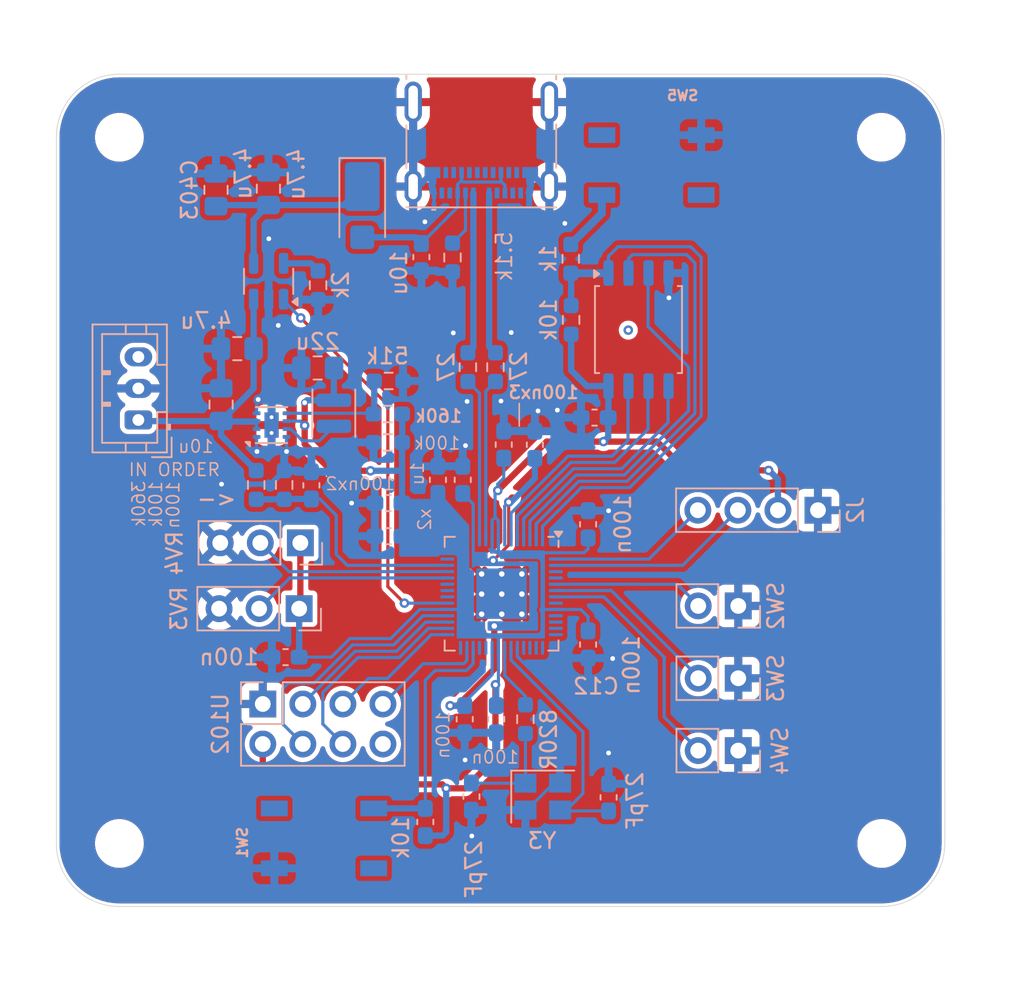
<source format=kicad_pcb>
(kicad_pcb (version 20241229) (generator "pcbnew") (generator_version "9.0")
  (layers (0 "F.Cu" signal) (2 "B.Cu" signal) (13 "F.Paste" user) (15 "B.Paste" user) (5 "F.SilkS" user "F.Silkscreen") (7 "B.SilkS" user "B.Silkscreen") (1 "F.Mask" user) (3 "B.Mask" user) (25 "Edge.Cuts" user))
  (net 0 "")
  (net 1 "VBAT")
  (net 2 "GND")
  (net 3 "VUSB")
  (net 4 "Net-(D1-A)")
  (net 5 "+1V1")
  (net 6 "/RP2040/XIN")
  (net 7 "+3V3")
  (net 8 "Net-(U401-SW)")
  (net 9 "Net-(P1-CC)")
  (net 10 "Net-(P1-D+)")
  (net 11 "Net-(P1-D-)")
  (net 13 "Net-(U1-PROG)")
  (net 14 "Net-(U2-USB_DM)")
  (net 15 "Net-(U2-USB_DP)")
  (net 16 "/RP2040/XOUT")
  (net 17 "/RP2040/~{USB_BOOT}")
  (net 18 "/RP2040/QSPI_SS")
  (net 19 "Net-(U401-FB)")
  (net 20 "/RP2040/GPIO7")
  (net 21 "/RP2040/QSPI_SD2")
  (net 22 "/RP2040/QSPI_SD1")
  (net 23 "/RP2040/GPIO3")
  (net 24 "/RP2040/GPIO25")
  (net 25 "/RP2040/GPIO8")
  (net 26 "/RP2040/GPIO11")
  (net 27 "/RP2040/SCL")
  (net 28 "/RP2040/GPIO12")
  (net 29 "/RP2040/GPIO13")
  (net 30 "/RP2040/CE")
  (net 31 "/RP2040/Button2")
  (net 32 "/RP2040/Button3")
  (net 33 "/RP2040/SWD")
  (net 34 "/RP2040/GPIO24")
  (net 35 "/RP2040/GPIO2")
  (net 36 "/RP2040/SWCLK")
  (net 37 "/RP2040/MOSI")
  (net 38 "/RP2040/QSPI_SD0")
  (net 39 "/RP2040/QSPI_SCLK")
  (net 40 "/RP2040/QSPI_SD3")
  (net 41 "/RP2040/SCK")
  (net 42 "/RP2040/GPIO29_ADC3")
  (net 43 "/RP2040/MISO")
  (net 44 "/RP2040/Button1")
  (net 45 "/RP2040/CSN")
  (net 46 "/RP2040/GPIO23")
  (net 47 "/RP2040/AnaStk_2")
  (net 48 "/RP2040/Battery_voltage_level")
  (net 49 "/RP2040/GPIO14")
  (net 50 "/RP2040/AnaStk_1")
  (net 51 "/RP2040/GPIO15")
  (net 52 "/RP2040/GPIO10")
  (net 53 "/RP2040/GPIO17")
  (net 54 "/RP2040/SDA")
  (net 55 "/RP2040/GPIO9")
  (net 56 "Net-(C3-Pad1)")
  (net 57 "/RP2040/Charge_status")
  (net 58 "/RP2040/IRQ")
  (net 59 "Net-(U2-RUN)")
  (footprint "MountingHole:MountingHole_2.7mm_M2.5" (layer "F.Cu") (at 164.225 89.875)
    (property "Reference" "H3" (hide yes))
    (property "Value" "MountingHole")
  )
  (footprint "" (layer "F.Cu") (at 140.125 72.775)
    (property "Reference" "")
    (property "Value" "")
  )
  (footprint "" (layer "F.Cu") (at 140.125 75.325)
    (property "Reference" "")
    (property "Value" "")
  )
  (footprint "" (layer "F.Cu") (at 141.4 75.325)
    (property "Reference" "")
    (property "Value" "")
  )
  (footprint "" (layer "F.Cu") (at 140.125 74.05)
    (property "Reference" "")
    (property "Value" "")
  )
  (footprint "MountingHole:MountingHole_2.7mm_M2.5" (layer "F.Cu") (at 115.875 45.06)
    (property "Reference" "H1" (hide yes))
    (property "Value" "MountingHole")
  )
  (footprint "" (layer "F.Cu") (at 138.85 75.325)
    (property "Reference" "")
    (property "Value" "")
  )
  (footprint "MountingHole:MountingHole_2.7mm_M2.5" (layer "F.Cu") (at 164.2 45.06)
    (property "Reference" "H2" (hide yes))
    (property "Value" "MountingHole")
  )
  (footprint "" (layer "F.Cu") (at 138.85 74.05)
    (property "Reference" "")
    (property "Value" "")
  )
  (footprint "" (layer "F.Cu") (at 141.4 72.775)
    (property "Reference" "")
    (property "Value" "")
  )
  (footprint "MountingHole:MountingHole_2.7mm_M2.5" (layer "F.Cu") (at 115.875 89.875)
    (property "Reference" "H4" (hide yes))
    (property "Value" "MountingHole")
  )
  (footprint "" (layer "F.Cu") (at 141.4 74.05)
    (property "Reference" "")
    (property "Value" "")
  )
  (footprint "" (layer "F.Cu") (at 138.85 72.775)
    (property "Reference" "")
    (property "Value" "")
  )
  (footprint "Resistor_SMD:R_0603_1608Metric_Pad0.98x0.95mm_HandSolder" (layer "B.Cu") (at 141.625 81.9875 -90)
    (property "Reference" "R7" (hide yes))
    (property "Value" "820R")
  )
  (footprint "Diode_SMD:Vishay_SMPA" (layer "B.Cu") (at 131.275 49.4 -90)
    (property "Reference" "D1" (hide yes))
    (property "Value" "MSS1P3L-M3/89A" (hide yes))
  )
  (footprint "Capacitor_SMD:C_0603_1608Metric_Pad1.08x0.95mm_HandSolder" (layer "B.Cu") (at 139.775 81.9875 -90)
    (property "Reference" "C10" (hide yes))
    (property "Value" "100n")
  )
  (footprint "Connector_PinHeader_2.54mm:PinHeader_2x04_P2.54mm_Vertical" (layer "B.Cu") (at 124.96675 81.02325 -90)
    (property "Reference" "U102")
    (property "Value" "NRF24L01_Breakout" (hide yes))
  )
  (footprint "Connector_PinHeader_2.54mm:PinHeader_1x02_P2.54mm_Vertical" (layer "B.Cu") (at 155.125 74.8 90)
    (property "Reference" "SW2")
    (property "Value" "SW_Push" (hide yes))
  )
  (footprint "Resistor_SMD:R_0603_1608Metric_Pad0.98x0.95mm_HandSolder" (layer "B.Cu") (at 132.9 64.425)
    (property "Reference" "R403" (hide yes))
    (property "Value" "100k")
  )
  (footprint "Capacitor_SMD:C_0603_1608Metric_Pad1.08x0.95mm_HandSolder" (layer "B.Cu") (at 137.65 66.8 90)
    (property "Reference" "C4" (hide yes))
    (property "Value" "1u")
  )
  (footprint "Connector_PinHeader_2.54mm:PinHeader_1x04_P2.54mm_Vertical" (layer "B.Cu") (at 160.18 68.725 90)
    (property "Reference" "J2")
    (property "Value" "Conn_01x04" (hide yes))
  )
  (footprint "Capacitor_SMD:C_0603_1608Metric_Pad1.08x0.95mm_HandSolder" (layer "B.Cu") (at 136.075 66.8 90)
    (property "Reference" "C8" (hide yes))
    (property "Value" "1u")
  )
  (footprint "Package_SO:SOIC-8_5.3x5.3mm_P1.27mm" (layer "B.Cu") (at 148.795 57.2625 -90)
    (property "Reference" "U3" (hide yes))
    (property "Value" "W25Q128JVS" (hide yes))
  )
  (footprint "Capacitor_SMD:C_0805_2012Metric_Pad1.18x1.45mm_HandSolder" (layer "B.Cu") (at 123.35 58.475 180)
    (property "Reference" "C402" (hide yes))
    (property "Value" "4.7u")
  )
  (footprint "Capacitor_SMD:C_0603_1608Metric_Pad1.08x0.95mm_HandSolder" (layer "B.Cu") (at 145.6 69.62 90)
    (property "Reference" "C15" (hide yes))
    (property "Value" "100n")
  )
  (footprint "Capacitor_SMD:C_0603_1608Metric_Pad1.08x0.95mm_HandSolder" (layer "B.Cu") (at 128.05 67.15 90)
    (property "Reference" "C30" (hide yes))
    (property "Value" "100n")
  )
  (footprint "Connector_PinHeader_2.54mm:PinHeader_1x03_P2.54mm_Vertical" (layer "B.Cu") (at 127.275 74.975 90)
    (property "Reference" "RV3")
    (property "Value" "4.7k")
  )
  (footprint "Resistor_SMD:R_0603_1608Metric_Pad0.98x0.95mm_HandSolder" (layer "B.Cu") (at 132.948525 60.525 180)
    (property "Reference" "R405" (hide yes))
    (property "Value" "51k")
  )
  (footprint "Capacitor_SMD:C_0603_1608Metric_Pad1.08x0.95mm_HandSolder" (layer "B.Cu") (at 142.225 64.575 90)
    (property "Reference" "C5" (hide yes))
    (property "Value" "100n" (hide yes))
  )
  (footprint "Resistor_SMD:R_0603_1608Metric_Pad0.98x0.95mm_HandSolder" (layer "B.Cu") (at 144.5 52.775 90)
    (property "Reference" "R10" (hide yes))
    (property "Value" "1k")
  )
  (footprint "Connector_JST:JST_PH_B3B-PH-K_1x03_P2.00mm_Vertical" (layer "B.Cu") (at 117.075 63 90)
    (property "Reference" "BT1" (hide yes))
    (property "Value" "Battery_Cell")
  )
  (footprint "Connector_PinHeader_2.54mm:PinHeader_1x02_P2.54mm_Vertical" (layer "B.Cu") (at 155.125 79.39 90)
    (property "Reference" "SW3")
    (property "Value" "SW_Push" (hide yes))
  )
  (footprint "Capacitor_SMD:C_0805_2012Metric_Pad1.18x1.45mm_HandSolder" (layer "B.Cu") (at 122 48.4 -90)
    (property "Reference" "C403")
    (property "Value" "4.7u")
  )
  (footprint "Main_PCB:SW_TL3342F160QG_TR" (layer "B.Cu") (at 128.85 89.55)
    (property "Reference" "SW1")
    (property "Value" "TL3342F160QG_TR" (hide yes))
  )
  (footprint "Package_DFN_QFN:QFN-56-1EP_7x7mm_P0.4mm_EP3.2x3.2mm" (layer "B.Cu") (at 140.1125 74.025 180)
    (property "Reference" "U2" (hide yes))
    (property "Value" "RP2040" (hide yes))
  )
  (footprint "Main_PCB:SW_TL3342F160QG_TR" (layer "B.Cu") (at 149.625 46.825 180)
    (property "Reference" "SW5")
    (property "Value" "TL3342F160QG_TR" (hide yes))
  )
  (footprint "Capacitor_SMD:C_0603_1608Metric_Pad1.08x0.95mm_HandSolder" (layer "B.Cu") (at 135.025 52.6625 -90)
    (property "Reference" "C16" (hide yes))
    (property "Value" "10u")
  )
  (footprint "Capacitor_SMD:C_0805_2012Metric_Pad1.18x1.45mm_HandSolder" (layer "B.Cu") (at 128.448525 59.7 180)
    (property "Reference" "C404" (hide yes))
    (property "Value" "22u")
  )
  (footprint "Resistor_SMD:R_0603_1608Metric_Pad0.98x0.95mm_HandSolder" (layer "B.Cu") (at 124.55 67.125 -90)
    (property "Reference" "R25" (hide yes))
    (property "Value" "100k")
  )
  (footprint "Capacitor_SMD:C_0603_1608Metric_Pad1.08x0.95mm_HandSolder" (layer "B.Cu") (at 146.0125 62.85 180)
    (property "Reference" "C1" (hide yes))
    (property "Value" "100n" (hide yes))
  )
  (footprint "Capacitor_SMD:C_0603_1608Metric_Pad1.08x0.95mm_HandSolder" (layer "B.Cu") (at 145.6 77.25 -90)
    (property "Reference" "C12")
    (property "Value" "100n")
  )
  (footprint "Capacitor_SMD:C_0603_1608Metric_Pad1.08x0.95mm_HandSolder" (layer "B.Cu") (at 135.275 88.5125 -90)
    (property "Reference" "R1" (hide yes))
    (property "Value" "10k")
  )
  (footprint "Package_SON:WSON-8-1EP_2x2mm_P0.5mm_EP0.9x1.6mm_ThermalVias" (layer "B.Cu") (at 125.523525 63.325)
    (property "Reference" "U401" (hide yes))
    (property "Value" "TPS62170DSG" (hide yes))
  )
  (footprint "Connector_PinHeader_2.54mm:PinHeader_1x03_P2.54mm_Vertical" (layer "B.Cu") (at 127.35 70.8 90)
    (property "Reference" "RV4")
    (property "Value" "4.7k")
  )
  (footprint "Capacitor_SMD:C_0603_1608Metric_Pad1.08x0.95mm_HandSolder" (layer "B.Cu") (at 126.4125 78.05 180)
    (property "Reference" "C11" (hide yes))
    (property "Value" "100n")
  )
  (footprint "Resistor_SMD:R_0603_1608Metric_Pad0.98x0.95mm_HandSolder" (layer "B.Cu") (at 137 52.6875 -90)
    (property "Reference" "R3" (hide yes))
    (property "Value" "5.1k")
  )
  (footprint "Resistor_SMD:R_0603_1608Metric_Pad0.98x0.95mm_HandSolder" (layer "B.Cu") (at 132.898525 62.625)
    (property "Reference" "R404" (hide yes))
    (property "Value" "160k")
  )
  (footprint "Capacitor_SMD:C_0603_1608Metric_Pad1.08x0.95mm_HandSolder" (layer "B.Cu") (at 132.9375 68.275 180)
    (property "Reference" "C14" (hide yes))
    (property "Value" "100n")
  )
  (footprint "Resistor_SMD:R_0603_1608Metric_Pad0.98x0.95mm_HandSolder" (layer "B.Cu") (at 128.475 54.45 -90)
    (property "Reference" "R2" (hide yes))
    (property "Value" "2k")
  )
  (footprint "Inductor_SMD:L_APV_ANR252012" (layer "B.Cu") (at 129.473525 62.575 90)
    (property "Reference" "L402" (hide yes))
    (property "Value" "2.2u")
  )
  (footprint "Capacitor_SMD:C_0603_1608Metric_Pad1.08x0.95mm_HandSolder" (layer "B.Cu") (at 138.2 86.9 -90)
    (property "Reference" "C3" (hide yes))
    (property "Value" "27pF")
  )
  (footprint "Package_TO_SOT_SMD:SOT-23-5" (layer "B.Cu") (at 125.3375 54.2 90)
    (property "Reference" "U1" (hide yes))
    (property "Value" "MCP73831-2-OT" (hide yes))
  )
  (footprint "Capacitor_SMD:C_0603_1608Metric_Pad1.08x0.95mm_HandSolder" (layer "B.Cu") (at 146.9 86.95 90)
    (property "Reference" "C2" (hide yes))
    (property "Value" "27pF")
  )
  (footprint "Capacitor_SMD:C_0603_1608Metric_Pad1.08x0.95mm_HandSolder" (layer "B.Cu") (at 132.9375 70.375 180)
    (property "Reference" "C9" (hide yes))
    (property "Value" "100nx2")
  )
  (footprint "Capacitor_SMD:C_0805_2012Metric_Pad1.18x1.45mm_HandSolder" (layer "B.Cu") (at 125.325 48.325 -90)
    (property "Reference" "C403" (hide yes))
    (property "Value" "4.7u")
  )
  (footprint "Capacitor_SMD:C_0603_1608Metric_Pad1.08x0.95mm_HandSolder" (layer "B.Cu") (at 140.25 64.5625 90)
    (property "Reference" "C13" (hide yes))
    (property "Value" "100nx3")
  )
  (footprint "Resistor_SMD:R_0603_1608Metric_Pad0.98x0.95mm_HandSolder" (layer "B.Cu") (at 126.325 67.125 90)
    (property "Reference" "R26" (hide yes))
    (property "Value" "360k")
  )
  (footprint "Connector_PinHeader_2.54mm:PinHeader_1x02_P2.54mm_Vertical" (layer "B.Cu") (at 155.125 83.98 90)
    (property "Reference" "SW4")
    (property "Value" "SW_Push" (hide yes))
  )
  (footprint "Crystal:Crystal_SMD_Abracon_ABM8G-4Pin_3.2x2.5mm" (layer "B.Cu") (at 142.725 86.9)
    (property "Reference" "Y3")
    (property "Value" "Crystal_GND24_Small" (hide yes))
  )
  (footprint "Connector_USB:USB_C_Receptacle_Molex_105450-0101" (layer "B.Cu") (at 138.825 45.385)
    (property "Reference" "P1" (hide yes))
    (property "Value" "USB_C_Plug_USB2.0")
  )
  (footprint "Resistor_SMD:R_0603_1608Metric_Pad0.98x0.95mm_HandSolder" (layer "B.Cu") (at 144.525 56.65 90)
    (property "Reference" "R8" (hide yes))
    (property "Value" "10k")
  )
  (footprint "Resistor_SMD:R_0603_1608Metric_Pad0.98x0.95mm_HandSolder" (layer "B.Cu") (at 137.975 59.65 -90)
    (property "Reference" "R4" (hide yes))
    (property "Value" "27")
  )
  (footprint "Capacitor_SMD:C_0603_1608Metric_Pad1.08x0.95mm_HandSolder" (layer "B.Cu") (at 137.775 81.9875 -90)
    (property "Reference" "C6" (hide yes))
    (property "Value" "100n")
  )
  (footprint "Resistor_SMD:R_0603_1608Metric_Pad0.98x0.95mm_HandSolder" (layer "B.Cu") (at 139.725 59.65 -90)
    (property "Reference" "R5" (hide yes))
    (property "Value" "27")
  )
  (footprint "Capacitor_SMD:C_0805_2012Metric_Pad1.18x1.45mm_HandSolder" (layer "B.Cu") (at 122.323525 62.025 90)
    (property "Reference" "C401" (hide yes))
    (property "Value" "10u")
  )
  (gr_arc (start 111.875 45.06) (mid 113.046573 42.231573) (end 115.875 41.06) (stroke (width 0.05)) (layer "Edge.Cuts"))
  (gr_line (start 115.875 41.06) (end 164.2 41.06) (stroke (width 0.05)) (layer "Edge.Cuts"))
  (gr_line (start 111.875 45.06) (end 111.875 89.875) (stroke (width 0.05)) (layer "Edge.Cuts"))
  (gr_line (start 168.225 88.75) (end 168.225644 89.875) (stroke (width 0.05)) (layer "Edge.Cuts"))
  (gr_arc (start 164.2 41.06) (mid 167.028427 42.231573) (end 168.2 45.06) (stroke (width 0.05)) (layer "Edge.Cuts"))
  (gr_line (start 168.2 45.06) (end 168.225 88.75) (stroke (width 0.05)) (layer "Edge.Cuts"))
  (gr_arc (start 168.225 89.875) (mid 167.053427 92.703427) (end 164.225 93.875) (stroke (width 0.05)) (layer "Edge.Cuts"))
  (gr_line (start 161.025 93.875) (end 164.225 93.875) (stroke (width 0.05)) (layer "Edge.Cuts"))
  (gr_arc (start 115.875 93.875) (mid 113.046573 92.703427) (end 111.875 89.875) (stroke (width 0.05)) (layer "Edge.Cuts"))
  (gr_line (start 115.875 93.875) (end 161.025 93.875) (stroke (width 0.05)) (layer "Edge.Cuts"))
  (gr_text "x2" (at 135.7 68.55 90) (layer "B.SilkS") (effects (font (size 0.8 0.8) (thickness 0.1)) (justify left bottom mirror)))
  (gr_text "|" (at 141.775 63.175 0) (layer "B.SilkS") (effects (font (size 1 1) (thickness 0.1)) (justify left bottom mirror)))
  (gr_text "->" (at 120.7 68.575 0) (layer "B.SilkS") (effects (font (size 1 1)) (justify left bottom)))
  (gr_text "IN ORDER" (at 116.4 66.625 0) (layer "B.SilkS") (effects (font (size 0.8 0.8) (thickness 0.1)) (justify left bottom)))
  (via (at 148.15 57.3) (size 0.6) (drill 0.3) (layers "F.Cu" "B.Cu") (net 0))
  (segment (start 122.323525 63.0625) (end 122.362025 63.101) (width 0.4) (layer "B.Cu") (net 1))
  (segment (start 124.3875 60.998525) (end 124.3875 58.475) (width 0.4) (layer "B.Cu") (net 1))
  (segment (start 124.573525 63.075) (end 124.573525 63.575) (width 0.2) (layer "B.Cu") (net 1))
  (segment (start 122.311025 63.075) (end 122.323525 63.0625) (width 0.4) (layer "B.Cu") (net 1))
  (segment (start 122.323525 63.986025) (end 124.55 66.2125) (width 0.4) (layer "B.Cu") (net 1))
  (segment (start 122.323525 63.0625) (end 122.323525 63.986025) (width 0.4) (layer "B.Cu") (net 1))
  (segment (start 122.323525 63.0625) (end 124.3875 60.998525) (width 0.4) (layer "B.Cu") (net 1))
  (segment (start 122.362025 63.101) (end 124.573525 63.101) (width 0.4) (layer "B.Cu") (net 1))
  (segment (start 117.15 63.075) (end 122.311025 63.075) (width 0.4) (layer "B.Cu") (net 1))
  (segment (start 124.3875 55.3375) (end 124.3875 58.475) (width 0.4) (layer "B.Cu") (net 1))
  (segment (start 138.85 75.325) (end 138.85 72.775) (width 0.635) (layer "F.Cu") (net 2))
  (segment (start 139.15 75.025) (end 138.85 75.325) (width 0.635) (layer "F.Cu") (net 2))
  (segment (start 141.4 75.325) (end 141.1 75.025) (width 0.635) (layer "F.Cu") (net 2))
  (segment (start 138.85 72.775) (end 141.4 72.775) (width 0.635) (layer "F.Cu") (net 2))
  (segment (start 138.85 74.05) (end 141.4 74.05) (width 0.635) (layer "F.Cu") (net 2))
  (segment (start 140.125 72.775) (end 140.125 75.325) (width 0.635) (layer "F.Cu") (net 2))
  (segment (start 141.4 75.325) (end 141.4 72.775) (width 0.635) (layer "F.Cu") (net 2))
  (segment (start 141.1 75.025) (end 139.15 75.025) (width 0.635) (layer "F.Cu") (net 2))
  (via (at 124.675 61.7) (size 0.6) (drill 0.3) (layers "F.Cu" "B.Cu") (net 2))
  (via (at 144.125 50.525) (size 0.6) (drill 0.3) (layers "F.Cu" "B.Cu") (net 2))
  (via (at 142.425 62.425) (size 0.6) (drill 0.3) (layers "F.Cu" "B.Cu") (net 2))
  (via (at 137.8 84.575) (size 0.6) (drill 0.3) (layers "F.Cu" "B.Cu") (net 2))
  (via (at 140.725 57.45) (size 0.6) (drill 0.3) (layers "F.Cu" "B.Cu") (net 2))
  (via (at 137.925 61.825) (size 0.6) (drill 0.3) (layers "F.Cu" "B.Cu") (net 2))
  (via (at 150.725 55.25) (size 0.6) (drill 0.3) (layers "F.Cu" "B.Cu") (net 2))
  (via (at 126.475 65) (size 0.6) (drill 0.3) (layers "F.Cu" "B.Cu") (net 2))
  (via (at 122.35 67.075) (size 0.6) (drill 0.3) (layers "F.Cu" "B.Cu") (net 2))
  (via (at 125.95 57) (size 0.6) (drill 0.3) (layers "F.Cu" "B.Cu") (net 2))
  (via (at 137.825 64.625) (size 0.6) (drill 0.3) (layers "F.Cu" "B.Cu") (net 2))
  (via (at 124.6 65) (size 0.6) (drill 0.3) (layers "F.Cu" "B.Cu") (net 2))
  (via (at 146.9 68.76) (size 0.6) (drill 0.3) (layers "F.Cu" "B.Cu") (net 2))
  (via (at 146.9 84.132774) (size 0.6) (drill 0.3) (layers "F.Cu" "B.Cu") (net 2))
  (via (at 130.6 68.275) (size 0.6) (drill 0.3) (layers "F.Cu" "B.Cu") (net 2))
  (via (at 125.35 51.5) (size 0.6) (drill 0.3) (layers "F.Cu" "B.Cu") (net 2))
  (via (at 143.65 62.375) (size 0.6) (drill 0.3) (layers "F.Cu" "B.Cu") (net 2))
  (via (at 137.05 57.475) (size 0.6) (drill 0.3) (layers "F.Cu" "B.Cu") (net 2))
  (via (at 140.075 61.8) (size 0.6) (drill 0.3) (layers "F.Cu" "B.Cu") (net 2))
  (via (at 135.25 50.425) (size 0.6) (drill 0.3) (layers "F.Cu" "B.Cu") (net 2))
  (via (at 147.16 78.14) (size 0.6) (drill 0.3) (layers "F.Cu" "B.Cu") (net 2))
  (via (at 138.225 89.4) (size 0.6) (drill 0.3) (layers "F.Cu" "B.Cu") (net 2))
  (segment (start 144.125 62.85) (end 143.65 62.375) (width 0.2) (layer "B.Cu") (net 2))
  (segment (start 135.725 48.5) (end 135.825 48.6) (width 0.4) (layer "B.Cu") (net 2))
  (segment (start 142 49.925) (end 141.8665 49.7915) (width 0.381) (layer "B.Cu") (net 2))
  (segment (start 130.6 68.275) (end 132.075 68.275) (width 0.4) (layer "B.Cu") (net 2))
  (segment (start 122.323525 60.9875) (end 117.2375 60.9875) (width 0.4) (layer "B.Cu") (net 2))
  (segment (start 125.3375 51.5125) (end 125.35 51.5) (width 0.2) (layer "B.Cu") (net 2))
  (segment (start 141.6125 87.7625) (end 141.625 87.75) (width 0.4) (layer "B.Cu") (net 2))
  (segment (start 142.225 63.7125) (end 140.2625 63.7125) (width 0.4) (layer "B.Cu") (net 2))
  (segment (start 146.9 83.8) (end 146.9 84.132774) (width 0.2) (layer "B.Cu") (net 2))
  (segment (start 141.8665 49.7915) (end 141.8665 48.6) (width 0.381) (layer "B.Cu") (net 2))
  (segment (start 142.815 48.19) (end 141.925 47.3) (width 0.4) (layer "B.Cu") (net 2))
  (segment (start 147.1325 78.1125) (end 147.16 78.14) (width 0.4) (layer "B.Cu") (net 2))
  (segment (start 140.2625 63.7125) (end 140.25 63.7) (width 0.4) (layer "B.Cu") (net 2))
  (segment (start 141.1125 78.0125) (end 146.9 83.8) (width 0.2) (layer "B.Cu") (net 2))
  (segment (start 138.2 87.7625) (end 141.6125 87.7625) (width 0.4) (layer "B.Cu") (net 2))
  (segment (start 125.3375 55.3375) (end 125.3375 56.3875) (width 0.2) (layer "B.Cu") (net 2))
  (segment (start 137.65 64.8) (end 137.825 64.625) (width 0.4) (layer "B.Cu") (net 2))
  (segment (start 145.6 68.7575) (end 146.8975 68.7575) (width 0.4) (layer "B.Cu") (net 2))
  (segment (start 134.835 48.19) (end 135.725 47.3) (width 0.4) (layer "B.Cu") (net 2))
  (segment (start 141.925 47.3) (end 141.925 48.5) (width 0.4) (layer "B.Cu") (net 2))
  (segment (start 132.075 70.375) (end 132.075 68.275) (width 0.4) (layer "B.Cu") (net 2))
  (segment (start 124.573525 64.973525) (end 124.6 65) (width 0.2) (layer "B.Cu") (net 2))
  (segment (start 142.001 49.925) (end 142 49.925) (width 0.381) (layer "B.Cu") (net 2))
  (segment (start 126.325 66.2125) (end 125.4625 67.075) (width 0.35) (layer "B.Cu") (net 2))
  (segment (start 145.6 78.1125) (end 147.1325 78.1125) (width 0.4) (layer "B.Cu") (net 2))
  (segment (start 135.825 48.6) (end 135.825 49.85) (width 0.2) (layer "B.Cu") (net 2))
  (segment (start 125.3375 55.3375) (end 125.3375 51.5125) (width 0.2) (layer "B.Cu") (net 2))
  (segment (start 141.925 48.5) (end 141.825 48.6) (width 0.4) (layer "B.Cu") (net 2))
  (segment (start 125.4625 67.075) (end 122.35 67.075) (width 0.35) (layer "B.Cu") (net 2))
  (segment (start 150.7 55.225) (end 150.725 55.25) (width 0.4) (layer "B.Cu") (net 2))
  (segment (start 141.625 87.75) (end 141.725 87.75) (width 0.2) (layer "B.Cu") (net 2))
  (segment (start 134.505 48.19) (end 134.835 48.19) (width 0.4) (layer "B.Cu") (net 2))
  (segment (start 146.9 86.0875) (end 146.9 84.132774) (width 0.4) (layer "B.Cu") (net 2))
  (segment (start 117.2375 60.9875) (end 117.15 61.075) (width 0.4) (layer "B.Cu") (net 2))
  (segment (start 142.601 50.525) (end 142.001 49.925) (width 0.381) (layer "B.Cu") (net 2))
  (segment (start 143.425 86.05) (end 143.825 86.05) (width 0.2) (layer "B.Cu") (net 2))
  (segment (start 135.825 49.85) (end 135.25 50.425) (width 0.2) (layer "B.Cu") (net 2))
  (segment (start 136.075 65.9375) (end 136.075 65.9) (width 0.2) (layer "B.Cu") (net 2))
  (segment (start 124.573525 61.801475) (end 124.675 61.7) (width 0.2) (layer "B.Cu") (net 2))
  (segment (start 150.7 53.675) (end 150.7 55.225) (width 0.4) (layer "B.Cu") (net 2))
  (segment (start 126.473525 64.075) (end 126.473525 64.998525) (width 0.2) (layer "B.Cu") (net 2))
  (segment (start 126.473525 64.998525) (end 126.475 65) (width 0.2) (layer "B.Cu") (net 2))
  (segment (start 137.775 84.55) (end 137.8 84.575) (width 0.4) (layer "B.Cu") (net 2))
  (segment (start 125.3375 56.3875) (end 125.95 57) (width 0.2) (layer "B.Cu") (net 2))
  (segment (start 124.573525 62.575) (end 124.573525 61.801475) (width 0.2) (layer "B.Cu") (net 2))
  (segment (start 137.65 65.9375) (end 137.65 64.8) (width 0.4) (layer "B.Cu") (net 2))
  (segment (start 145.15 62.85) (end 144.125 62.85) (width 0.2) (layer "B.Cu") (net 2))
  (segment (start 138.2 89.375) (end 138.225 89.4) (width 0.4) (layer "B.Cu") (net 2))
  (segment (start 143.145 48.19) (end 142.815 48.19) (width 0.4) (layer "B.Cu") (net 2))
  (segment (start 124.573525 64.075) (end 124.573525 64.973525) (width 0.2) (layer "B.Cu") (net 2))
  (segment (start 141.725 87.75) (end 143.425 86.05) (width 0.2) (layer "B.Cu") (net 2))
  (segment (start 142.601 50.525) (end 144.125 50.525) (width 0.381) (layer "B.Cu") (net 2))
  (segment (start 138.2 87.7625) (end 138.2 89.375) (width 0.4) (layer "B.Cu") (net 2))
  (segment (start 135.725 47.3) (end 135.725 48.5) (width 0.4) (layer "B.Cu") (net 2))
  (segment (start 137.775 82.85) (end 137.775 84.55) (width 0.4) (layer "B.Cu") (net 2))
  (segment (start 141.1125 77.4625) (end 141.1125 78.0125) (width 0.2) (layer "B.Cu") (net 2))
  (segment (start 125.325 49.3625) (end 130.1025 49.3625) (width 0.4) (layer "B.Cu") (net 3))
  (segment (start 125.325 49.3625) (end 122.075 49.3625) (width 0.4) (layer "B.Cu") (net 3))
  (segment (start 130.1025 49.3625) (end 131.275 48.19) (width 0.4) (layer "B.Cu") (net 3))
  (segment (start 124.3875 53.0625) (end 124.3875 50.3) (width 0.4) (layer "B.Cu") (net 3))
  (segment (start 122.075 49.3625) (end 122 49.4375) (width 0.4) (layer "B.Cu") (net 3))
  (segment (start 124.3875 50.3) (end 125.325 49.3625) (width 0.4) (layer "B.Cu") (net 3))
  (segment (start 137.325 48.05) (end 137.575 47.8) (width 0.2) (layer "B.Cu") (net 4))
  (segment (start 134.635 51.41) (end 135.025 51.8) (width 0.4) (layer "B.Cu") (net 4))
  (segment (start 135 51.825) (end 135.025 51.8) (width 0.4) (layer "B.Cu") (net 4))
  (segment (start 140.325 48.1) (end 140.325 48.6) (width 0.2) (layer "B.Cu") (net 4))
  (segment (start 140.075 47.85) (end 140.024 47.901) (width 0.2) (layer "B.Cu") (net 4))
  (segment (start 137.325 48.6) (end 137.325 48.05) (width 0.2) (layer "B.Cu") (net 4))
  (segment (start 140.024 47.901) (end 137.676 47.901) (width 0.2) (layer "B.Cu") (net 4))
  (segment (start 140.075 47.85) (end 140.325 48.1) (width 0.2) (layer "B.Cu") (net 4))
  (segment (start 137.325 48.6) (end 137.325 49.5) (width 0.2) (layer "B.Cu") (net 4))
  (segment (start 137.575 47.8) (end 137.575 47.3) (width 0.2) (layer "B.Cu") (net 4))
  (segment (start 140.075 47.3) (end 140.075 47.85) (width 0.2) (layer "B.Cu") (net 4))
  (segment (start 131.275 51.41) (end 134.635 51.41) (width 0.4) (layer "B.Cu") (net 4))
  (segment (start 137.676 47.901) (end 137.575 47.8) (width 0.2) (layer "B.Cu") (net 4))
  (segment (start 137.325 49.5) (end 135.025 51.8) (width 0.2) (layer "B.Cu") (net 4))
  (segment (start 140.563235 68.213235) (end 140.563235 70.939143) (width 0.2) (layer "F.Cu") (net 5))
  (segment (start 139.65 76.075002) (end 139.65 78.8) (width 0.4) (layer "F.Cu") (net 5))
  (segment (start 140.774265 67.925735) (end 140.850735 67.925735) (width 0.4) (layer "F.Cu") (net 5))
  (segment (start 140.563235 70.939143) (end 139.578096 71.924282) (width 0.2) (layer "F.Cu") (net 5))
  (segment (start 140.725 67.975) (end 140.774265 67.925735) (width 0.4) (layer "F.Cu") (net 5))
  (segment (start 139.65 78.8) (end 137.316482 81.133518) (width 0.4) (layer "F.Cu") (net 5))
  (segment (start 137.316482 81.133518) (end 136.85125 81.133518) (width 0.4) (layer "F.Cu") (net 5))
  (via (at 139.578096 71.924282) (size 0.6) (drill 0.3) (layers "F.Cu" "B.Cu") (net 5))
  (via (at 140.563235 68.213235) (size 0.6) (drill 0.3) (layers "F.Cu" "B.Cu") (net 5))
  (via (at 139.65 76.075002) (size 0.6) (drill 0.35) (layers "F.Cu" "B.Cu") (net 5))
  (via (at 136.85125 81.133518) (size 0.6) (drill 0.3) (layers "F.Cu" "B.Cu") (net 5))
  (segment (start 138.3125 71.43125) (end 138.4615 71.58025) (width 0.2) (layer "B.Cu") (net 5))
  (segment (start 138.3125 68.325) (end 137.65 67.6625) (width 0.2) (layer "B.Cu") (net 5))
  (segment (start 138.3125 70.5875) (end 138.3125 71.43125) (width 0.2) (layer "B.Cu") (net 5))
  (segment (start 138.3125 70.5875) (end 138.3125 68.325) (width 0.2) (layer "B.Cu") (net 5))
  (segment (start 140.3125 70.0375) (end 140.3095 70.0345) (width 0.2) (layer "B.Cu") (net 5))
  (segment (start 137.775 80.900057) (end 137.775 81.125) (width 0.2) (layer "B.Cu") (net 5))
  (segment (start 142.225 66.704914) (end 140.716679 68.213235) (width 0.381) (layer "B.Cu") (net 5))
  (segment (start 140.3095 70.0345) (end 140.3095 68.46697) (width 0.2) (layer "B.Cu") (net 5))
  (segment (start 136.85125 81.133518) (end 137.766482 81.133518) (width 0.4) (layer "B.Cu") (net 5))
  (segment (start 139.5125 77.4625) (end 139.5125 79.162557) (width 0.2) (layer "B.Cu") (net 5))
  (segment (start 140.716679 68.213235) (end 140.563235 68.213235) (width 0.381) (layer "B.Cu") (net 5))
  (segment (start 142.225 66.704914) (end 142.225 65.4375) (width 0.381) (layer "B.Cu") (net 5))
  (segment (start 140.3095 68.46697) (end 140.563235 68.213235) (width 0.2) (layer "B.Cu") (net 5))
  (segment (start 139.5125 79.162557) (end 137.775 80.900057) (width 0.2) (layer "B.Cu") (net 5))
  (segment (start 140.3125 70.5875) (end 140.3125 70.0375) (width 0.2) (layer "B.Cu") (net 5))
  (segment (start 137.766482 81.133518) (end 137.775 81.125) (width 0.4) (layer "B.Cu") (net 5))
  (segment (start 145.275 86.7) (end 145.275 82.8) (width 0.2) (layer "B.Cu") (net 6))
  (segment (start 143.8875 87.8125) (end 143.825 87.75) (width 0.2) (layer "B.Cu") (net 6))
  (segment (start 144.225 87.75) (end 145.275 86.7) (width 0.2) (layer "B.Cu") (net 6))
  (segment (start 140.7125 78.2375) (end 140.7125 77.4625) (width 0.2) (layer "B.Cu") (net 6))
  (segment (start 145.275 82.8) (end 140.7125 78.2375) (width 0.2) (layer "B.Cu") (net 6))
  (segment (start 146.9 87.8125) (end 143.8875 87.8125) (width 0.2) (layer "B.Cu") (net 6))
  (segment (start 143.825 87.75) (end 144.225 87.75) (width 0.2) (layer "B.Cu") (net 6))
  (segment (start 127.35 74.9) (end 127.275 74.975) (width 0.4) (layer "F.Cu") (net 7))
  (segment (start 127.625 64.525) (end 127.625 63.35) (width 0.4) (layer "F.Cu") (net 7))
  (segment (start 136.6 86.375) (end 137.8 86.375) (width 0.4) (layer "F.Cu") (net 7))
  (segment (start 146.575 64.375) (end 142.972018 64.375) (width 0.4) (layer "F.Cu") (net 7))
  (segment (start 157.05 66.2) (end 151.8 66.2) (width 0.4) (layer "F.Cu") (net 7))
  (segment (start 124.96675 85.46675) (end 125.625 86.125) (width 0.4) (layer "F.Cu") (net 7))
  (segment (start 124.96675 83.56325) (end 124.96675 85.46675) (width 0.4) (layer "F.Cu") (net 7))
  (segment (start 129.325 66.225) (end 127.625 64.525) (width 0.4) (layer "F.Cu") (net 7))
  (segment (start 137.8 86.375) (end 139.725 84.45) (width 0.4) (layer "F.Cu") (net 7))
  (segment (start 127.625 61.9) (end 127.625 63.35) (width 0.4) (layer "F.Cu") (net 7))
  (segment (start 131.8 66.225) (end 129.325 66.225) (width 0.4) (layer "F.Cu") (net 7))
  (segment (start 139.725 84.45) (end 139.725 79.8) (width 0.4) (layer "F.Cu") (net 7))
  (segment (start 142.972018 64.375) (end 139.86975 67.477268) (width 0.4) (layer "F.Cu") (net 7))
  (segment (start 127.35 70.8) (end 127.35 74.9) (width 0.4) (layer "F.Cu") (net 7))
  (segment (start 125.625 86.125) (end 136.35 86.125) (width 0.4) (layer "F.Cu") (net 7))
  (segment (start 149.975 64.375) (end 146.575 64.375) (width 0.4) (layer "F.Cu") (net 7))
  (segment (start 151.8 66.2) (end 149.975 64.375) (width 0.4) (layer "F.Cu") (net 7))
  (segment (start 136.35 86.125) (end 136.6 86.375) (width 0.4) (layer "F.Cu") (net 7))
  (via (at 146.575 64.375) (size 0.6) (drill 0.3) (layers "F.Cu" "B.Cu") (net 7))
  (via (at 139.725 79.8) (size 0.6) (drill 0.3) (layers "F.Cu" "B.Cu") (net 7))
  (via (at 139.86975 67.477268) (size 0.6) (drill 0.3) (layers "F.Cu" "B.Cu") (net 7))
  (via (at 127.625 61.9) (size 0.45) (drill 0.3) (layers "F.Cu" "B.Cu") (net 7))
  (via (at 157.05 66.2) (size 0.6) (drill 0.3) (layers "F.Cu" "B.Cu") (net 7))
  (via (at 136.6 86.375) (size 0.6) (drill 0.3) (layers "F.Cu" "B.Cu") (net 7))
  (via (at 127.625 63.35) (size 0.6) (drill 0.3) (layers "F.Cu" "B.Cu") (net 7))
  (via (at 131.8 66.225) (size 0.6) (drill 0.3) (layers "F.Cu" "B.Cu") (net 7))
  (segment (start 139.5125 70.5875) (end 139.5125 69.3625) (width 0.2) (layer "B.Cu") (net 7))
  (segment (start 139.9125 79.6125) (end 139.725 79.8) (width 0.2) (layer "B.Cu") (net 7))
  (segment (start 127.775 61.75) (end 127.625 61.9) (width 0.4) (layer "B.Cu") (net 7))
  (segment (start 139.775 79.85) (end 139.725 79.8) (width 0.4) (layer "B.Cu") (net 7))
  (segment (start 133.8 68.275) (end 133.8 66.225) (width 0.4) (layer "B.Cu") (net 7))
  (segment (start 136.675 75.025) (end 137.55 75.025) (width 0.2) (layer "B.Cu") (net 7))
  (segment (start 136.075 68.75) (end 136.075 67.6625) (width 0.2) (layer "B.Cu") (net 7))
  (segment (start 126.473525 63.075) (end 127.35 63.075) (width 0.2) (layer "B.Cu") (net 7))
  (segment (start 145.6 71.175) (end 145.6 70.4825) (width 0.2) (layer "B.Cu") (net 7))
  (segment (start 140.25 66.685) (end 140.25 65.425) (width 0.2) (layer "B.Cu") (net 7))
  (segment (start 146.875 64.075) (end 146.575 64.375) (width 0.4) (layer "B.Cu") (net 7))
  (segment (start 146.89 60.85) (end 145.525 60.85) (width 0.4) (layer "B.Cu") (net 7))
  (segment (start 143.55 71.425) (end 142.375 71.425) (width 0.2) (layer "B.Cu") (net 7))
  (segment (start 139.9085 70.3085) (end 139.9125 70.3125) (width 0.2) (layer "B.Cu") (net 7))
  (segment (start 139.5125 70.5875) (end 139.5125 71.3375) (width 0.2) (layer "B.Cu") (net 7))
  (segment (start 139.775 81.125) (end 139.775 79.85) (width 0.4) (layer "B.Cu") (net 7))
  (segment (start 137.9125 71.11325) (end 137.9125 70.5875) (width 0.2) (layer "B.Cu") (net 7))
  (segment (start 139.7 69.175) (end 139.7 67.647018) (width 0.2) (layer "B.Cu") (net 7))
  (segment (start 139.7 67.647018) (end 139.86975 67.477268) (width 0.2) (layer "B.Cu") (net 7))
  (segment (start 139.9125 70.5875) (end 139.9125 71.3375) (width 0.2) (layer "B.Cu") (net 7))
  (segment (start 145.6 75.491482) (end 145.6 76.3875) (width 0.2) (layer "B.Cu") (net 7))
  (segment (start 137.5725 71.45325) (end 137.9125 71.11325) (width 0.2) (layer "B.Cu") (net 7))
  (segment (start 139.5125 71.3375) (end 139.55 71.375) (width 0.2) (layer "B.Cu") (net 7))
  (segment (start 144.525 59.85) (end 144.525 57.5625) (width 0.4) (layer "B.Cu") (net 7))
  (segment (start 134.85 71.425) (end 133.8 70.375) (width 0.2) (layer "B.Cu") (net 7))
  (segment (start 136.675 71.425) (end 137.54425 71.425) (width 0.2) (layer "B.Cu") (net 7))
  (segment (start 136.6 89.15) (end 136.6 86.375) (width 0.4) (layer "B.Cu") (net 7))
  (segment (start 139.9125 70.3125) (end 139.9125 70.5875) (width 0.2) (layer "B.Cu") (net 7))
  (segment (start 145.35 71.425) (end 145.6 71.175) (width 0.2) (layer "B.Cu") (net 7))
  (segment (start 136.648803 75.025) (end 134.925 75.025) (width 0.2) (layer "B.Cu") (net 7))
  (segment (start 129.473525 61.75) (end 129.473525 59.7125) (width 0.4) (layer "B.Cu") (net 7))
  (segment (start 133.8 70.375) (end 133.8 68.275) (width 0.4) (layer "B.Cu") (net 7))
  (segment (start 132 66.225) (end 132.025 66.225) (width 0.4) (layer "B.Cu") (net 7))
  (segment (start 137.9125 70.5875) (end 136.075 68.75) (width 0.2) (layer "B.Cu") (net 7))
  (segment (start 139.9125 77.4625) (end 139.9125 79.6125) (width 0.2) (layer "B.Cu") (net 7))
  (segment (start 139.9085 69.3835) (end 139.9085 70.3085) (width 0.2) (layer "B.Cu") (net 7))
  (segment (start 130.4928 76.873) (end 129.3158 78.05) (width 0.2) (layer "B.Cu") (net 7))
  (segment (start 133.8 64.4375) (end 133.8125 64.425) (width 0.4) (layer "B.Cu") (net 7))
  (segment (start 143.55 71.425) (end 145.35 71.425) (width 0.2) (layer "B.Cu") (net 7))
  (segment (start 139.5125 69.3625) (end 139.7 69.175) (width 0.2) (layer "B.Cu") (net 7))
  (segment (start 145.525 60.85) (end 144.525 59.85) (width 0.4) (layer "B.Cu") (net 7))
  (segment (start 157.64 66.765) (end 157.64 68.725) (width 0.4) (layer "B.Cu") (net 7))
  (segment (start 136.375 89.375) (end 136.6 89.15) (width 0.4) (layer "B.Cu") (net 7))
  (segment (start 142.625 75.025) (end 142.6 75.05) (width 0.2) (layer "B.Cu") (net 7))
  (segment (start 137.55 75.025) (end 137.775 75.025) (width 0.2) (layer "B.Cu") (net 7))
  (segment (start 139.9125 71.3375) (end 139.875 71.375) (width 0.2) (layer "B.Cu") (net 7))
  (segment (start 133.8125 64.425) (end 133.8125 62.626475) (width 0.4) (layer "B.Cu") (net 7))
  (segment (start 139.975 76.8) (end 140.075 76.7) (width 0.2) (layer "B.Cu") (net 7))
  (segment (start 127.35 63.075) (end 127.625 63.35) (width 0.2) (layer "B.Cu") (net 7))
  (segment (start 133.8 66.225) (end 133.8 64.4375) (width 0.4) (layer "B.Cu") (net 7))
  (segment (start 132.025 66.225) (end 131.8 66.225) (width 0.4) (layer "B.Cu") (net 7))
  (segment (start 146.89 60.85) (end 146.89 62.835) (width 0.4) (layer "B.Cu") (net 7))
  (segment (start 133.85 64.4625) (end 133.8125 64.425) (width 0.4) (layer "B.Cu") (net 7))
  (segment (start 146.875 62.85) (end 146.875 64.075) (width 0.4) (layer "B.Cu") (net 7))
  (segment (start 146.89 62.835) (end 146.875 62.85) (width 0.4) (layer "B.Cu") (net 7))
  (segment (start 139.9125 77.4625) (end 139.9125 76.8625) (width 0.2) (layer "B.Cu") (net 7))
  (segment (start 143.55 75.025) (end 145.133518 75.025) (width 0.2) (layer "B.Cu") (net 7))
  (segment (start 157.05 66.2) (end 157.075 66.2) (width 0.4) (layer "B.Cu") (net 7))
  (segment (start 129.473525 59.7125) (end 129.486025 59.7) (width 0.4) (layer "B.Cu") (net 7))
  (segment (start 129.473525 61.75) (end 127.775 61.75) (width 0.4) (layer "B.Cu") (net 7))
  (segment (start 143.55 75.025) (end 142.625 75.025) (width 0.2) (layer "B.Cu") (net 7))
  (segment (start 137.5125 70.5875) (end 137.5125 71.38625) (width 0.2) (layer "B.Cu") (net 7))
  (segment (start 135.275 89.375) (end 136.375 89.375) (width 0.4) (layer "B.Cu") (net 7))
  (segment (start 139.86975 67.06525) (end 140.25 66.685) (width 0.2) (layer "B.Cu") (net 7))
  (segment (start 139.9125 76.8625) (end 139.975 76.8) (width 0.2) (layer "B.Cu") (net 7))
  (segment (start 133.825 70.375) (end 133.8 70.375) (width 0.2) (layer "B.Cu") (net 7))
  (segment (start 145.133518 75.025) (end 145.6 75.491482) (width 0.2) (layer "B.Cu") (net 7))
  (segment (start 136.675 71.425) (end 134.85 71.425) (width 0.2) (layer "B.Cu") (net 7))
  (segment (start 139.7 69.175) (end 139.9085 69.3835) (width 0.2) (layer "B.Cu") (net 7))
  (segment (start 134.925 75.025) (end 133.077 76.873) (width 0.2) (layer "B.Cu") (net 7))
  (segment (start 127.275 78.05) (end 127.275 74.975) (width 0.4) (layer "B.Cu") (net 7))
  (segment (start 133.077 76.873) (end 130.4928 76.873) (width 0.2) (layer "B.Cu") (net 7))
  (segment (start 133.8 66.225) (end 132 66.225) (width 0.4) (layer "B.Cu") (net 7))
  (segment (start 140.075 76.7) (end 140.4 76.7) (width 0.2) (layer "B.Cu") (net 7))
  (segment (start 129.3158 78.05) (end 127.275 78.05) (width 0.2) (layer "B.Cu") (net 7))
  (segment (start 137.5125 71.38625) (end 137.4455 71.45325) (width 0.2) (layer "B.Cu") (net 7))
  (segment (start 133.8125 62.626475) (end 133.811025 62.625) (width 0.4) (layer "B.Cu") (net 7))
  (segment (start 139.86975 67.477268) (end 139.86975 67.06525) (width 0.2) (layer "B.Cu") (net 7))
  (segment (start 157.075 66.2) (end 157.64 66.765) (width 0.4) (layer "B.Cu") (net 7))
  (segment (start 127.475 64.325) (end 127.475 64.310677) (width 0.2) (layer "B.Cu") (net 8))
  (segment (start 127.475 64.310677) (end 126.739323 63.575) (width 0.2) (layer "B.Cu") (net 8))
  (segment (start 126.473525 63.575) (end 126.739323 63.575) (width 0.2) (layer "B.Cu") (net 8))
  (segment (start 128.548525 64.325) (end 129.473525 63.4) (width 0.2) (layer "B.Cu") (net 8))
  (segment (start 127.475 64.325) (end 128.548525 64.325) (width 0.2) (layer "B.Cu") (net 8))
  (segment (start 137.825 48.6) (end 137.825 50.95) (width 0.2) (layer "B.Cu") (net 9))
  (segment (start 137.825 50.95) (end 137 51.775) (width 0.2) (layer "B.Cu") (net 9))
  (segment (start 138.325 58.3875) (end 138.325 48.6) (width 0.4) (layer "B.Cu") (net 10))
  (segment (start 137.975 58.7375) (end 138.325 58.3875) (width 0.4) (layer "B.Cu") (net 10))
  (segment (start 139.325 48.6) (end 139.325 58.3375) (width 0.4) (layer "B.Cu") (net 11))
  (segment (start 139.325 58.3375) (end 139.725 58.7375) (width 0.4) (layer "B.Cu") (net 11))
  (segment (start 128 53.0625) (end 128.475 53.5375) (width 0.4) (layer "B.Cu") (net 13))
  (segment (start 126.2875 53.0625) (end 128 53.0625) (width 0.4) (layer "B.Cu") (net 13))
  (segment (start 137.975 60.5625) (end 138.7125 61.3) (width 0.2) (layer "B.Cu") (net 14))
  (segment (start 138.7125 61.3) (end 138.7125 70.5875) (width 0.2) (layer "B.Cu") (net 14))
  (segment (start 139.725 60.5625) (end 139.1125 61.175) (width 0.2) (layer "B.Cu") (net 15))
  (segment (start 139.1125 61.175) (end 139.1125 70.5875) (width 0.2) (layer "B.Cu") (net 15))
  (segment (start 140.3125 77.4625) (end 140.3125 79.2125) (width 0.2) (layer "B.Cu") (net 16))
  (segment (start 141.625 80.525) (end 141.625 81.075) (width 0.2) (layer "B.Cu") (net 16))
  (segment (start 140.3125 79.2125) (end 141.625 80.525) (width 0.2) (layer "B.Cu") (net 16))
  (segment (start 146.475 49.8875) (end 146.475 48.725) (width 0.5) (layer "B.Cu") (net 17))
  (segment (start 144.5 51.8625) (end 146.475 49.8875) (width 0.5) (layer "B.Cu") (net 17))
  (segment (start 146.8775 53.6875) (end 146.89 53.675) (width 0.5) (layer "B.Cu") (net 18))
  (segment (start 147.502961 52.002961) (end 152.102961 52.002961) (width 0.2) (layer "B.Cu") (net 18))
  (segment (start 145.1692 67.293577) (end 148.230191 67.293574) (width 0.2) (layer "B.Cu") (net 18))
  (segment (start 144.5 53.6875) (end 146.8775 53.6875) (width 0.5) (layer "B.Cu") (net 18))
  (segment (start 146.89 53.675) (end 146.89 52.615922) (width 0.2) (layer "B.Cu") (net 18))
  (segment (start 152.102961 52.002961) (end 152.775 52.675) (width 0.2) (layer "B.Cu") (net 18))
  (segment (start 146.89 52.615922) (end 147.502961 52.002961) (width 0.2) (layer "B.Cu") (net 18))
  (segment (start 144.525 55.7375) (end 144.525 53.7125) (width 0.4) (layer "B.Cu") (net 18))
  (segment (start 142.7125 70.5875) (end 142.7125 69.750277) (width 0.2) (layer "B.Cu") (net 18))
  (segment (start 152.774039 62.749726) (end 152.774039 52.667411) (width 0.2) (layer "B.Cu") (net 18))
  (segment (start 145.16772 67.295057) (end 145.1692 67.295057) (width 0.2) (layer "B.Cu") (net 18))
  (segment (start 144.525 53.7125) (end 144.5 53.6875) (width 0.4) (layer "B.Cu") (net 18))
  (segment (start 148.230191 67.293574) (end 152.774039 62.749726) (width 0.2) (layer "B.Cu") (net 18))
  (segment (start 142.7125 69.750277) (end 145.16772 67.295057) (width 0.2) (layer "B.Cu") (net 18))
  (segment (start 126.473525 62.575) (end 131.936025 62.575) (width 0.2) (layer "B.Cu") (net 19))
  (segment (start 132.036025 60.525) (end 132.036025 62.575) (width 0.4) (layer "B.Cu") (net 19))
  (segment (start 131.936025 62.575) (end 131.986025 62.625) (width 0.2) (layer "B.Cu") (net 19))
  (segment (start 132.036025 62.575) (end 131.986025 62.625) (width 0.4) (layer "B.Cu") (net 19))
  (segment (start 144.838228 66.494537) (end 147.899217 66.494536) (width 0.2) (layer "B.Cu") (net 21))
  (segment (start 141.9125 69.41763) (end 144.834113 66.496017) (width 0.2) (layer "B.Cu") (net 21))
  (segment (start 149.404211 57.067086) (end 149.404211 54.019086) (width 0.2) (layer "B.Cu") (net 21))
  (segment (start 151.975961 59.638836) (end 149.404211 57.067086) (width 0.2) (layer "B.Cu") (net 21))
  (segment (start 141.9125 70.5875) (end 141.9125 69.41763) (width 0.2) (layer "B.Cu") (net 21))
  (segment (start 144.834113 66.496017) (end 144.834654 66.496017) (width 0.2) (layer "B.Cu") (net 21))
  (segment (start 151.975 62.418753) (end 151.975 59.631247) (width 0.2) (layer "B.Cu") (net 21))
  (segment (start 147.899217 66.494536) (end 151.975 62.418753) (width 0.2) (layer "B.Cu") (net 21))
  (segment (start 142.3125 70.5875) (end 142.3125 69.583177) (width 0.2) (layer "B.Cu") (net 22))
  (segment (start 148.414039 52.510961) (end 151.848961 52.510961) (width 0.2) (layer "B.Cu") (net 22))
  (segment (start 148.16 52.765) (end 148.414039 52.510961) (width 0.2) (layer "B.Cu") (net 22))
  (segment (start 151.848961 52.510961) (end 152.375481 53.037481) (width 0.2) (layer "B.Cu") (net 22))
  (segment (start 145.003714 66.894057) (end 148.064704 66.894055) (width 0.2) (layer "B.Cu") (net 22))
  (segment (start 152.37452 62.584239) (end 152.37452 53.029892) (width 0.2) (layer "B.Cu") (net 22))
  (segment (start 142.3125 69.583177) (end 144.972839 66.922838) (width 0.2) (layer "B.Cu") (net 22))
  (segment (start 148.16 53.675) (end 148.16 52.765) (width 0.2) (layer "B.Cu") (net 22))
  (segment (start 148.064704 66.894055) (end 152.37452 62.584239) (width 0.2) (layer "B.Cu") (net 22))
  (segment (start 151.585316 72.225) (end 151.592658 72.232342) (width 0.2) (layer "B.Cu") (net 27))
  (segment (start 151.592658 72.232342) (end 155.1 68.725) (width 0.2) (layer "B.Cu") (net 27))
  (segment (start 143.55 72.225) (end 151.585316 72.225) (width 0.2) (layer "B.Cu") (net 27))
  (segment (start 130.825 77.675) (end 127.51175 80.98825) (width 0.2) (layer "B.Cu") (net 30))
  (segment (start 133.45 77.675) (end 130.825 77.675) (width 0.2) (layer "B.Cu") (net 30))
  (segment (start 136.648803 75.825) (end 135.3 75.825) (width 0.2) (layer "B.Cu") (net 30))
  (segment (start 135.3 75.825) (end 133.45 77.675) (width 0.2) (layer "B.Cu") (net 30))
  (segment (start 151.275 78.025) (end 151.309 78.025) (width 0.2) (layer "B.Cu") (net 31))
  (segment (start 143.55 73.825) (end 147.075 73.825) (width 0.2) (layer "B.Cu") (net 31))
  (segment (start 147.075 73.825) (end 151.275 78.025) (width 0.2) (layer "B.Cu") (net 31))
  (segment (start 151.309 78.025) (end 152.54725 79.26325) (width 0.2) (layer "B.Cu") (net 31))
  (segment (start 151.175 82.6) (end 151.259 82.6) (width 0.2) (layer "B.Cu") (net 32))
  (segment (start 146.6 74.225) (end 150.45 78.075) (width 0.2) (layer "B.Cu") (net 32))
  (segment (start 150.425 81.85) (end 151.175 82.6) (width 0.2) (layer "B.Cu") (net 32))
  (segment (start 150.425 78.1) (end 150.425 81.85) (width 0.2) (layer "B.Cu") (net 32))
  (segment (start 151.259 82.6) (end 152.49725 83.83825) (width 0.2) (layer "B.Cu") (net 32))
  (segment (start 143.55 74.225) (end 146.6 74.225) (width 0.2) (layer "B.Cu") (net 32))
  (segment (start 150.45 78.075) (end 150.425 78.1) (width 0.2) (layer "B.Cu") (net 32))
  (segment (start 136.648803 76.225) (end 135.475 76.225) (width 0.2) (layer "B.Cu") (net 37))
  (segment (start 128.775 80.3) (end 128.775 82.2915) (width 0.2) (layer "B.Cu") (net 37))
  (segment (start 131 78.075) (end 128.775 80.3) (width 0.2) (layer "B.Cu") (net 37))
  (segment (start 135.475 76.225) (end 133.625 78.075) (width 0.2) (layer "B.Cu") (net 37))
  (segment (start 133.625 78.075) (end 131 78.075) (width 0.2) (layer "B.Cu") (net 37))
  (segment (start 128.775 82.2915) (end 130.04675 83.56325) (width 0.2) (layer "B.Cu") (net 37))
  (segment (start 150.67325 63.155497) (end 150.67325 61.211497) (width 0.2) (layer "B.Cu") (net 38))
  (segment (start 147.73373 66.095017) (end 150.67325 63.155497) (width 0.2) (layer "B.Cu") (net 38))
  (segment (start 141.5125 69.252624) (end 144.670107 66.095017) (width 0.2) (layer "B.Cu") (net 38))
  (segment (start 141.5125 70.5875) (end 141.5125 69.252624) (width 0.2) (layer "B.Cu") (net 38))
  (segment (start 144.670107 66.095017) (end 144.670648 66.095017) (width 0.2) (layer "B.Cu") (net 38))
  (segment (start 144.672742 66.095017) (end 147.73373 66.095017) (width 0.2) (layer "B.Cu") (net 38))
  (segment (start 147.291875 65.695497) (end 149.40325 63.584122) (width 0.2) (layer "B.Cu") (net 39))
  (segment (start 149.40325 63.584122) (end 149.40325 61.211497) (width 0.2) (layer "B.Cu") (net 39))
  (segment (start 141.1125 69.419724) (end 141.1115 69.418724) (width 0.2) (layer "B.Cu") (net 39))
  (segment (start 144.074012 66.124012) (end 144.075988 66.124012) (width 0.2) (layer "B.Cu") (net 39))
  (segment (start 141.1115 69.418724) (end 141.1115 69.086524) (width 0.2) (layer "B.Cu") (net 39))
  (segment (start 141.1115 69.086524) (end 144.074012 66.124012) (width 0.2) (layer "B.Cu") (net 39))
  (segment (start 141.1125 70.5875) (end 141.1125 69.419724) (width 0.2) (layer "B.Cu") (net 39))
  (segment (start 144.507256 65.695497) (end 147.291875 65.695497) (width 0.2) (layer "B.Cu") (net 39))
  (segment (start 144.075988 66.124012) (end 144.503023 65.696977) (width 0.2) (layer "B.Cu") (net 39))
  (segment (start 148.13325 64.289116) (end 147.126389 65.295977) (width 0.2) (layer "B.Cu") (net 40))
  (segment (start 140.7105 69.584824) (end 140.7105 68.9145) (width 0.2) (layer "B.Cu") (net 40))
  (segment (start 140.7125 69.586824) (end 140.7105 69.584824) (width 0.2) (layer "B.Cu") (net 40))
  (segment (start 147.126389 65.295977) (end 144.34177 65.295977) (width 0.2) (layer "B.Cu") (net 40))
  (segment (start 140.7125 70.5875) (end 140.7125 69.586824) (width 0.2) (layer "B.Cu") (net 40))
  (segment (start 140.7105 68.9145) (end 144.330503 65.294497) (width 0.2) (layer "B.Cu") (net 40))
  (segment (start 148.13325 61.211497) (end 148.13325 64.289116) (width 0.2) (layer "B.Cu") (net 40))
  (segment (start 144.330503 65.294497) (end 144.34177 65.294497) (width 0.2) (layer "B.Cu") (net 40))
  (segment (start 135.65 76.625) (end 136.648803 76.625) (width 0.2) (layer "B.Cu") (net 41))
  (segment (start 132.875 79.4) (end 135.65 76.625) (width 0.2) (layer "B.Cu") (net 41))
  (segment (start 130.04675 81.02325) (end 131.67 79.4) (width 0.2) (layer "B.Cu") (net 41))
  (segment (start 131.67 79.4) (end 132.875 79.4) (width 0.2) (layer "B.Cu") (net 41))
  (segment (start 137.9125 77.4625) (end 137.9125 78.261476) (width 0.2) (layer "B.Cu") (net 43))
  (segment (start 137.707458 78.466518) (end 135.143482 78.466518) (width 0.2) (layer "B.Cu") (net 43))
  (segment (start 137.9125 78.261476) (end 137.707458 78.466518) (width 0.2) (layer "B.Cu") (net 43))
  (segment (start 135.143482 78.466518) (end 132.7285 80.8815) (width 0.2) (layer "B.Cu") (net 43))
  (segment (start 149.11 73.43) (end 151.269 73.43) (width 0.2) (layer "B.Cu") (net 44))
  (segment (start 149.107658 73.432342) (end 149.11 73.43) (width 0.2) (layer "B.Cu") (net 44))
  (segment (start 149.100316 73.425) (end 149.107658 73.432342) (width 0.2) (layer "B.Cu") (net 44))
  (segment (start 143.55 73.425) (end 149.100316 73.425) (width 0.2) (layer "B.Cu") (net 44))
  (segment (start 151.269 73.43) (end 152.50725 74.66825) (width 0.2) (layer "B.Cu") (net 44))
  (segment (start 126.25 82.3065) (end 126.25 80.025) (width 0.2) (layer "B.Cu") (net 45))
  (segment (start 130.6589 77.274) (end 133.276 77.274) (width 0.2) (layer "B.Cu") (net 45))
  (segment (start 135.125 75.425) (end 136.648803 75.425) (width 0.2) (layer "B.Cu") (net 45))
  (segment (start 128.2329 79.7) (end 130.6589 77.274) (width 0.2) (layer "B.Cu") (net 45))
  (segment (start 133.276 77.274) (end 135.125 75.425) (width 0.2) (layer "B.Cu") (net 45))
  (segment (start 126.25 80.025) (end 126.575 79.7) (width 0.2) (layer "B.Cu") (net 45))
  (segment (start 127.50675 83.56325) (end 126.25 82.3065) (width 0.2) (layer "B.Cu") (net 45))
  (segment (start 126.575 79.7) (end 128.2329 79.7) (width 0.2) (layer "B.Cu") (net 45))
  (segment (start 126.635 72.625) (end 136.675 72.625) (width 0.2) (layer "B.Cu") (net 47))
  (segment (start 124.81 70.8) (end 126.635 72.625) (width 0.2) (layer "B.Cu") (net 47))
  (segment (start 129.625 71.525) (end 129.625 69.05) (width 0.2) (layer "B.Cu") (net 48))
  (segment (start 129.625 69.05) (end 128.5875 68.0125) (width 0.2) (layer "B.Cu") (net 48))
  (segment (start 128.5875 68.0125) (end 128.05 68.0125) (width 0.2) (layer "B.Cu") (net 48))
  (segment (start 126.35 68.0125) (end 126.325 68.0375) (width 0.4) (layer "B.Cu") (net 48))
  (segment (start 124.55 68.0375) (end 126.325 68.0375) (width 0.4) (layer "B.Cu") (net 48))
  (segment (start 130.325 72.225) (end 129.625 71.525) (width 0.2) (layer "B.Cu") (net 48))
  (segment (start 128.05 68.0125) (end 126.35 68.0125) (width 0.4) (layer "B.Cu") (net 48))
  (segment (start 136.675 72.225) (end 130.325 72.225) (width 0.2) (layer "B.Cu") (net 48))
  (segment (start 136.675 73.025) (end 126.685 73.025) (width 0.2) (layer "B.Cu") (net 50))
  (segment (start 126.685 73.025) (end 124.735 74.975) (width 0.2) (layer "B.Cu") (net 50))
  (segment (start 149.46 71.825) (end 152.56 68.725) (width 0.2) (layer "B.Cu") (net 54))
  (segment (start 143.55 71.825) (end 149.46 71.825) (width 0.2) (layer "B.Cu") (net 54))
  (segment (start 141.625 86.05) (end 138.2125 86.05) (width 0.2) (layer "B.Cu") (net 56))
  (segment (start 141.625 82.9) (end 141.625 86.05) (width 0.2) (layer "B.Cu") (net 56))
  (segment (start 138.2125 86.05) (end 138.2 86.0375) (width 0.2) (layer "B.Cu") (net 56))
  (segment (start 127.375 56.525) (end 132.9 62.05) (width 0.2) (layer "F.Cu") (net 57))
  (segment (start 132.9 73.575) (end 133.95 74.625) (width 0.2) (layer "F.Cu") (net 57))
  (segment (start 132.9 62.05) (end 132.9 73.575) (width 0.2) (layer "F.Cu") (net 57))
  (via (at 133.95 74.625) (size 0.6) (drill 0.3) (layers "F.Cu" "B.Cu") (net 57))
  (via (at 127.375 56.525) (size 0.6) (drill 0.3) (layers "F.Cu" "B.Cu") (net 57))
  (segment (start 136.675 74.625) (end 133.95 74.625) (width 0.2) (layer "B.Cu") (net 57))
  (segment (start 126.2875 55.3375) (end 126.2875 55.4375) (width 0.2) (layer "B.Cu") (net 57))
  (segment (start 126.2875 55.4375) (end 127.375 56.525) (width 0.2) (layer "B.Cu") (net 57))
  (segment (start 137.88397 78.9) (end 135.9 78.9) (width 0.2) (layer "B.Cu") (net 59))
  (segment (start 138.3125 78.47147) (end 137.88397 78.9) (width 0.2) (layer "B.Cu") (net 59))
  (segment (start 135.9 78.9) (end 135.275 79.525) (width 0.2) (layer "B.Cu") (net 59))
  (segment (start 138.3125 77.4625) (end 138.3125 78.47147) (width 0.2) (layer "B.Cu") (net 59))
  (segment (start 132 87.65) (end 135.275 87.65) (width 0.4) (layer "B.Cu") (net 59))
  (segment (start 135.275 79.525) (end 135.275 87.65) (width 0.2) (layer "B.Cu") (net 59))
  (zone (net 2) (net_name "GND") (layers "F.Cu" "B.Cu") (connect_pads (clearance 0.3)) (min_thickness 0.3) (fill yes (thermal_gap 0.508) (thermal_bridge_width 0.508))
    (polygon (pts (xy 108.3 37.875) (xy 170.8 36.35) (xy 172.2 98.375) (xy 110.45 97.775)))
  )
  (zone (net 7) (net_name "+3V3") (layer "B.Cu") (name "+3v3") (priority 1) (connect_pads yes (clearance 0.15)) (min_thickness 0.15) (fill yes (thermal_gap 0.508) (thermal_bridge_width 0.508))
    (polygon (pts (xy 133.641848 68.01518) (xy 133.610098 71.682305) (xy 137.293098 71.682305) (xy 137.264848 76.873537) (xy 142.864848 76.873537) (xy 142.864848 71.273537) (xy 140.064848 71.273537) (xy 139.396838 71.158215) (xy 136.531098 67.999305)))
  )
  (zone (net 5) (net_name "+1V1") (layer "B.Cu") (name "+1V1") (priority 2) (connect_pads yes (clearance 0.15)) (min_thickness 0.15) (fill yes (thermal_gap 0.508) (thermal_bridge_width 0.508))
    (polygon (pts (xy 138.225 72.375) (xy 141.825 72.375) (xy 141.825 75.775) (xy 139.225 75.775) (xy 139.225 76.375) (xy 140.025 76.375) (xy 140.025 76.375) (xy 142.425 76.375) (xy 142.425 71.975) (xy 139.625 71.975) (xy 139.625 71.775) (xy 139.225 71.775) (xy 139.225 71.375) (xy 138.225 71.375)))
  )
)
</source>
